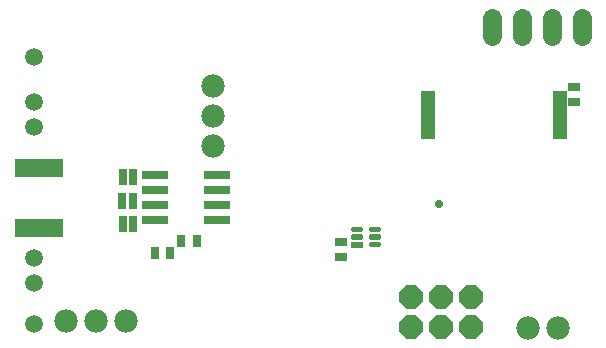
<source format=gbs>
G75*
%MOIN*%
%OFA0B0*%
%FSLAX24Y24*%
%IPPOS*%
%LPD*%
%AMOC8*
5,1,8,0,0,1.08239X$1,22.5*
%
%ADD10C,0.0591*%
%ADD11OC8,0.0780*%
%ADD12C,0.0780*%
%ADD13R,0.1640X0.0640*%
%ADD14C,0.0276*%
%ADD15R,0.0434X0.0197*%
%ADD16C,0.0148*%
%ADD17R,0.0394X0.0316*%
%ADD18R,0.0910X0.0280*%
%ADD19R,0.0290X0.0540*%
%ADD20R,0.0512X0.1615*%
%ADD21R,0.0316X0.0394*%
%ADD22C,0.0640*%
D10*
X001010Y001020D03*
X001010Y002370D03*
X001010Y003200D03*
X001010Y007570D03*
X001010Y008420D03*
X001010Y009920D03*
D11*
X013560Y001920D03*
X014560Y001920D03*
X015560Y001920D03*
X015560Y000920D03*
X014560Y000920D03*
X013560Y000920D03*
D12*
X017465Y000880D03*
X018465Y000880D03*
X006980Y006960D03*
X006980Y007960D03*
X006980Y008960D03*
X004060Y001110D03*
X003060Y001110D03*
X002060Y001110D03*
D13*
X001170Y004210D03*
X001170Y006210D03*
D14*
X014490Y005025D03*
D15*
X011775Y003659D03*
D16*
X011918Y003891D02*
X011632Y003891D01*
X011632Y003939D01*
X011918Y003939D01*
X011918Y003891D01*
X011918Y004147D02*
X011632Y004147D01*
X011632Y004195D01*
X011918Y004195D01*
X011918Y004147D01*
X012222Y004195D02*
X012508Y004195D01*
X012508Y004147D01*
X012222Y004147D01*
X012222Y004195D01*
X012222Y003939D02*
X012508Y003939D01*
X012508Y003891D01*
X012222Y003891D01*
X012222Y003939D01*
X012222Y003683D02*
X012508Y003683D01*
X012508Y003635D01*
X012222Y003635D01*
X012222Y003683D01*
D17*
X011245Y003746D03*
X011245Y003234D03*
X019015Y008404D03*
X019015Y008916D03*
D18*
X007110Y005975D03*
X007110Y005475D03*
X007110Y004975D03*
X007110Y004475D03*
X005050Y004475D03*
X005050Y004975D03*
X005050Y005475D03*
X005050Y005975D03*
D19*
X004307Y005900D03*
X003953Y005900D03*
X003943Y005115D03*
X004297Y005115D03*
X004317Y004345D03*
X003963Y004345D03*
D20*
X014120Y007975D03*
X018530Y007975D03*
D21*
X006421Y003795D03*
X005909Y003795D03*
X005541Y003390D03*
X005029Y003390D03*
D22*
X016260Y010620D02*
X016260Y011220D01*
X017260Y011220D02*
X017260Y010620D01*
X018260Y010620D02*
X018260Y011220D01*
X019260Y011220D02*
X019260Y010620D01*
M02*

</source>
